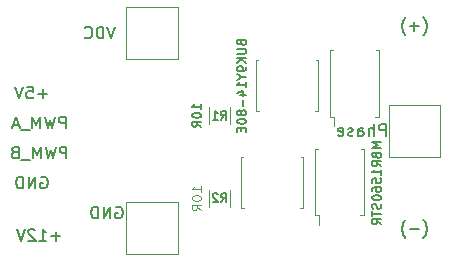
<source format=gbr>
%TF.GenerationSoftware,KiCad,Pcbnew,(5.1.9)-1*%
%TF.CreationDate,2021-11-14T21:39:45-06:00*%
%TF.ProjectId,BLDC_Cont,424c4443-5f43-46f6-9e74-2e6b69636164,rev?*%
%TF.SameCoordinates,Original*%
%TF.FileFunction,Legend,Bot*%
%TF.FilePolarity,Positive*%
%FSLAX46Y46*%
G04 Gerber Fmt 4.6, Leading zero omitted, Abs format (unit mm)*
G04 Created by KiCad (PCBNEW (5.1.9)-1) date 2021-11-14 21:39:45*
%MOMM*%
%LPD*%
G01*
G04 APERTURE LIST*
%ADD10C,0.200000*%
%ADD11C,0.150000*%
%ADD12C,0.120000*%
G04 APERTURE END LIST*
D10*
X162686904Y-122055000D02*
X162782142Y-122007380D01*
X162925000Y-122007380D01*
X163067857Y-122055000D01*
X163163095Y-122150238D01*
X163210714Y-122245476D01*
X163258333Y-122435952D01*
X163258333Y-122578809D01*
X163210714Y-122769285D01*
X163163095Y-122864523D01*
X163067857Y-122959761D01*
X162925000Y-123007380D01*
X162829761Y-123007380D01*
X162686904Y-122959761D01*
X162639285Y-122912142D01*
X162639285Y-122578809D01*
X162829761Y-122578809D01*
X162210714Y-123007380D02*
X162210714Y-122007380D01*
X161639285Y-123007380D01*
X161639285Y-122007380D01*
X161163095Y-123007380D02*
X161163095Y-122007380D01*
X160925000Y-122007380D01*
X160782142Y-122055000D01*
X160686904Y-122150238D01*
X160639285Y-122245476D01*
X160591666Y-122435952D01*
X160591666Y-122578809D01*
X160639285Y-122769285D01*
X160686904Y-122864523D01*
X160782142Y-122959761D01*
X160925000Y-123007380D01*
X161163095Y-123007380D01*
D11*
X188721904Y-124658333D02*
X188769523Y-124610714D01*
X188864761Y-124467857D01*
X188912380Y-124372619D01*
X188960000Y-124229761D01*
X189007619Y-123991666D01*
X189007619Y-123801190D01*
X188960000Y-123563095D01*
X188912380Y-123420238D01*
X188864761Y-123325000D01*
X188769523Y-123182142D01*
X188721904Y-123134523D01*
X188340952Y-123896428D02*
X187579047Y-123896428D01*
X187198095Y-124658333D02*
X187150476Y-124610714D01*
X187055238Y-124467857D01*
X187007619Y-124372619D01*
X186960000Y-124229761D01*
X186912380Y-123991666D01*
X186912380Y-123801190D01*
X186960000Y-123563095D01*
X187007619Y-123420238D01*
X187055238Y-123325000D01*
X187150476Y-123182142D01*
X187198095Y-123134523D01*
X188721904Y-107513333D02*
X188769523Y-107465714D01*
X188864761Y-107322857D01*
X188912380Y-107227619D01*
X188960000Y-107084761D01*
X189007619Y-106846666D01*
X189007619Y-106656190D01*
X188960000Y-106418095D01*
X188912380Y-106275238D01*
X188864761Y-106180000D01*
X188769523Y-106037142D01*
X188721904Y-105989523D01*
X188340952Y-106751428D02*
X187579047Y-106751428D01*
X187960000Y-107132380D02*
X187960000Y-106370476D01*
X187198095Y-107513333D02*
X187150476Y-107465714D01*
X187055238Y-107322857D01*
X187007619Y-107227619D01*
X186960000Y-107084761D01*
X186912380Y-106846666D01*
X186912380Y-106656190D01*
X186960000Y-106418095D01*
X187007619Y-106275238D01*
X187055238Y-106180000D01*
X187150476Y-106037142D01*
X187198095Y-105989523D01*
X156860714Y-112466428D02*
X156098809Y-112466428D01*
X156479761Y-112847380D02*
X156479761Y-112085476D01*
X155146428Y-111847380D02*
X155622619Y-111847380D01*
X155670238Y-112323571D01*
X155622619Y-112275952D01*
X155527380Y-112228333D01*
X155289285Y-112228333D01*
X155194047Y-112275952D01*
X155146428Y-112323571D01*
X155098809Y-112418809D01*
X155098809Y-112656904D01*
X155146428Y-112752142D01*
X155194047Y-112799761D01*
X155289285Y-112847380D01*
X155527380Y-112847380D01*
X155622619Y-112799761D01*
X155670238Y-112752142D01*
X154813095Y-111847380D02*
X154479761Y-112847380D01*
X154146428Y-111847380D01*
X158495714Y-117927380D02*
X158495714Y-116927380D01*
X158114761Y-116927380D01*
X158019523Y-116975000D01*
X157971904Y-117022619D01*
X157924285Y-117117857D01*
X157924285Y-117260714D01*
X157971904Y-117355952D01*
X158019523Y-117403571D01*
X158114761Y-117451190D01*
X158495714Y-117451190D01*
X157590952Y-116927380D02*
X157352857Y-117927380D01*
X157162380Y-117213095D01*
X156971904Y-117927380D01*
X156733809Y-116927380D01*
X156352857Y-117927380D02*
X156352857Y-116927380D01*
X156019523Y-117641666D01*
X155686190Y-116927380D01*
X155686190Y-117927380D01*
X155448095Y-118022619D02*
X154686190Y-118022619D01*
X154114761Y-117403571D02*
X153971904Y-117451190D01*
X153924285Y-117498809D01*
X153876666Y-117594047D01*
X153876666Y-117736904D01*
X153924285Y-117832142D01*
X153971904Y-117879761D01*
X154067142Y-117927380D01*
X154448095Y-117927380D01*
X154448095Y-116927380D01*
X154114761Y-116927380D01*
X154019523Y-116975000D01*
X153971904Y-117022619D01*
X153924285Y-117117857D01*
X153924285Y-117213095D01*
X153971904Y-117308333D01*
X154019523Y-117355952D01*
X154114761Y-117403571D01*
X154448095Y-117403571D01*
X158424285Y-115387380D02*
X158424285Y-114387380D01*
X158043333Y-114387380D01*
X157948095Y-114435000D01*
X157900476Y-114482619D01*
X157852857Y-114577857D01*
X157852857Y-114720714D01*
X157900476Y-114815952D01*
X157948095Y-114863571D01*
X158043333Y-114911190D01*
X158424285Y-114911190D01*
X157519523Y-114387380D02*
X157281428Y-115387380D01*
X157090952Y-114673095D01*
X156900476Y-115387380D01*
X156662380Y-114387380D01*
X156281428Y-115387380D02*
X156281428Y-114387380D01*
X155948095Y-115101666D01*
X155614761Y-114387380D01*
X155614761Y-115387380D01*
X155376666Y-115482619D02*
X154614761Y-115482619D01*
X154424285Y-115101666D02*
X153948095Y-115101666D01*
X154519523Y-115387380D02*
X154186190Y-114387380D01*
X153852857Y-115387380D01*
X157971904Y-124531428D02*
X157210000Y-124531428D01*
X157590952Y-124912380D02*
X157590952Y-124150476D01*
X156210000Y-124912380D02*
X156781428Y-124912380D01*
X156495714Y-124912380D02*
X156495714Y-123912380D01*
X156590952Y-124055238D01*
X156686190Y-124150476D01*
X156781428Y-124198095D01*
X155829047Y-124007619D02*
X155781428Y-123960000D01*
X155686190Y-123912380D01*
X155448095Y-123912380D01*
X155352857Y-123960000D01*
X155305238Y-124007619D01*
X155257619Y-124102857D01*
X155257619Y-124198095D01*
X155305238Y-124340952D01*
X155876666Y-124912380D01*
X155257619Y-124912380D01*
X154971904Y-123912380D02*
X154638571Y-124912380D01*
X154305238Y-123912380D01*
D10*
X185515000Y-116022380D02*
X185515000Y-115022380D01*
X185134047Y-115022380D01*
X185038809Y-115070000D01*
X184991190Y-115117619D01*
X184943571Y-115212857D01*
X184943571Y-115355714D01*
X184991190Y-115450952D01*
X185038809Y-115498571D01*
X185134047Y-115546190D01*
X185515000Y-115546190D01*
X184515000Y-116022380D02*
X184515000Y-115022380D01*
X184086428Y-116022380D02*
X184086428Y-115498571D01*
X184134047Y-115403333D01*
X184229285Y-115355714D01*
X184372142Y-115355714D01*
X184467380Y-115403333D01*
X184515000Y-115450952D01*
X183181666Y-116022380D02*
X183181666Y-115498571D01*
X183229285Y-115403333D01*
X183324523Y-115355714D01*
X183515000Y-115355714D01*
X183610238Y-115403333D01*
X183181666Y-115974761D02*
X183276904Y-116022380D01*
X183515000Y-116022380D01*
X183610238Y-115974761D01*
X183657857Y-115879523D01*
X183657857Y-115784285D01*
X183610238Y-115689047D01*
X183515000Y-115641428D01*
X183276904Y-115641428D01*
X183181666Y-115593809D01*
X182753095Y-115974761D02*
X182657857Y-116022380D01*
X182467380Y-116022380D01*
X182372142Y-115974761D01*
X182324523Y-115879523D01*
X182324523Y-115831904D01*
X182372142Y-115736666D01*
X182467380Y-115689047D01*
X182610238Y-115689047D01*
X182705476Y-115641428D01*
X182753095Y-115546190D01*
X182753095Y-115498571D01*
X182705476Y-115403333D01*
X182610238Y-115355714D01*
X182467380Y-115355714D01*
X182372142Y-115403333D01*
X181515000Y-115974761D02*
X181610238Y-116022380D01*
X181800714Y-116022380D01*
X181895952Y-115974761D01*
X181943571Y-115879523D01*
X181943571Y-115498571D01*
X181895952Y-115403333D01*
X181800714Y-115355714D01*
X181610238Y-115355714D01*
X181515000Y-115403333D01*
X181467380Y-115498571D01*
X181467380Y-115593809D01*
X181943571Y-115689047D01*
X156336904Y-119515000D02*
X156432142Y-119467380D01*
X156575000Y-119467380D01*
X156717857Y-119515000D01*
X156813095Y-119610238D01*
X156860714Y-119705476D01*
X156908333Y-119895952D01*
X156908333Y-120038809D01*
X156860714Y-120229285D01*
X156813095Y-120324523D01*
X156717857Y-120419761D01*
X156575000Y-120467380D01*
X156479761Y-120467380D01*
X156336904Y-120419761D01*
X156289285Y-120372142D01*
X156289285Y-120038809D01*
X156479761Y-120038809D01*
X155860714Y-120467380D02*
X155860714Y-119467380D01*
X155289285Y-120467380D01*
X155289285Y-119467380D01*
X154813095Y-120467380D02*
X154813095Y-119467380D01*
X154575000Y-119467380D01*
X154432142Y-119515000D01*
X154336904Y-119610238D01*
X154289285Y-119705476D01*
X154241666Y-119895952D01*
X154241666Y-120038809D01*
X154289285Y-120229285D01*
X154336904Y-120324523D01*
X154432142Y-120419761D01*
X154575000Y-120467380D01*
X154813095Y-120467380D01*
X162623333Y-106767380D02*
X162290000Y-107767380D01*
X161956666Y-106767380D01*
X161623333Y-107767380D02*
X161623333Y-106767380D01*
X161385238Y-106767380D01*
X161242380Y-106815000D01*
X161147142Y-106910238D01*
X161099523Y-107005476D01*
X161051904Y-107195952D01*
X161051904Y-107338809D01*
X161099523Y-107529285D01*
X161147142Y-107624523D01*
X161242380Y-107719761D01*
X161385238Y-107767380D01*
X161623333Y-107767380D01*
X160051904Y-107672142D02*
X160099523Y-107719761D01*
X160242380Y-107767380D01*
X160337619Y-107767380D01*
X160480476Y-107719761D01*
X160575714Y-107624523D01*
X160623333Y-107529285D01*
X160670952Y-107338809D01*
X160670952Y-107195952D01*
X160623333Y-107005476D01*
X160575714Y-106910238D01*
X160480476Y-106815000D01*
X160337619Y-106767380D01*
X160242380Y-106767380D01*
X160099523Y-106815000D01*
X160051904Y-106862619D01*
D12*
%TO.C,J2*%
X163535000Y-105115000D02*
X163535000Y-109515000D01*
X163535000Y-109515000D02*
X167935000Y-109515000D01*
X167935000Y-109515000D02*
X167935000Y-105115000D01*
X167935000Y-105115000D02*
X163535000Y-105115000D01*
%TO.C,Q1*%
X174765000Y-113875000D02*
X174565000Y-113875000D01*
X174565000Y-113875000D02*
X174565000Y-109575000D01*
X174565000Y-109575000D02*
X174715000Y-109575000D01*
X179615000Y-109575000D02*
X179765000Y-109575000D01*
X179765000Y-109575000D02*
X179765000Y-113875000D01*
X179765000Y-113875000D02*
X179565000Y-113875000D01*
%TO.C,D1*%
X184990000Y-114395000D02*
X184580000Y-114395000D01*
X181180000Y-114395000D02*
X180770000Y-114395000D01*
X180770000Y-114395000D02*
X180770000Y-108775000D01*
X184990000Y-108775000D02*
X184990000Y-114395000D01*
X181180000Y-114395000D02*
X181180000Y-115185000D01*
X184990000Y-108775000D02*
X184730000Y-108775000D01*
X181030000Y-108775000D02*
X180770000Y-108775000D01*
%TO.C,D2*%
X179760000Y-117135000D02*
X179500000Y-117135000D01*
X183720000Y-117135000D02*
X183460000Y-117135000D01*
X179910000Y-122755000D02*
X179910000Y-123545000D01*
X183720000Y-117135000D02*
X183720000Y-122755000D01*
X179500000Y-122755000D02*
X179500000Y-117135000D01*
X179910000Y-122755000D02*
X179500000Y-122755000D01*
X183720000Y-122755000D02*
X183310000Y-122755000D01*
%TO.C,Q2*%
X178495000Y-122130000D02*
X178295000Y-122130000D01*
X178495000Y-117830000D02*
X178495000Y-122130000D01*
X178345000Y-117830000D02*
X178495000Y-117830000D01*
X173295000Y-117830000D02*
X173445000Y-117830000D01*
X173295000Y-122130000D02*
X173295000Y-117830000D01*
X173495000Y-122130000D02*
X173295000Y-122130000D01*
%TO.C,R1*%
X170540000Y-115027064D02*
X170540000Y-113572936D01*
X172360000Y-115027064D02*
X172360000Y-113572936D01*
%TO.C,R2*%
X172360000Y-122012064D02*
X172360000Y-120557936D01*
X170540000Y-122012064D02*
X170540000Y-120557936D01*
%TO.C,J1*%
X185760000Y-113370000D02*
X185760000Y-117770000D01*
X185760000Y-117770000D02*
X190160000Y-117770000D01*
X190160000Y-117770000D02*
X190160000Y-113370000D01*
X190160000Y-113370000D02*
X185760000Y-113370000D01*
%TO.C,J3*%
X163535000Y-121625000D02*
X163535000Y-126025000D01*
X167935000Y-121625000D02*
X163535000Y-121625000D01*
X167935000Y-126025000D02*
X167935000Y-121625000D01*
X163535000Y-126025000D02*
X167935000Y-126025000D01*
%TO.C,Q1*%
D11*
X173301428Y-108135000D02*
X173337142Y-108242142D01*
X173372857Y-108277857D01*
X173444285Y-108313571D01*
X173551428Y-108313571D01*
X173622857Y-108277857D01*
X173658571Y-108242142D01*
X173694285Y-108170714D01*
X173694285Y-107885000D01*
X172944285Y-107885000D01*
X172944285Y-108135000D01*
X172980000Y-108206428D01*
X173015714Y-108242142D01*
X173087142Y-108277857D01*
X173158571Y-108277857D01*
X173230000Y-108242142D01*
X173265714Y-108206428D01*
X173301428Y-108135000D01*
X173301428Y-107885000D01*
X172944285Y-108635000D02*
X173551428Y-108635000D01*
X173622857Y-108670714D01*
X173658571Y-108706428D01*
X173694285Y-108777857D01*
X173694285Y-108920714D01*
X173658571Y-108992142D01*
X173622857Y-109027857D01*
X173551428Y-109063571D01*
X172944285Y-109063571D01*
X173694285Y-109420714D02*
X172944285Y-109420714D01*
X173694285Y-109849285D02*
X173265714Y-109527857D01*
X172944285Y-109849285D02*
X173372857Y-109420714D01*
X173694285Y-110206428D02*
X173694285Y-110349285D01*
X173658571Y-110420714D01*
X173622857Y-110456428D01*
X173515714Y-110527857D01*
X173372857Y-110563571D01*
X173087142Y-110563571D01*
X173015714Y-110527857D01*
X172980000Y-110492142D01*
X172944285Y-110420714D01*
X172944285Y-110277857D01*
X172980000Y-110206428D01*
X173015714Y-110170714D01*
X173087142Y-110135000D01*
X173265714Y-110135000D01*
X173337142Y-110170714D01*
X173372857Y-110206428D01*
X173408571Y-110277857D01*
X173408571Y-110420714D01*
X173372857Y-110492142D01*
X173337142Y-110527857D01*
X173265714Y-110563571D01*
X173337142Y-111027857D02*
X173694285Y-111027857D01*
X172944285Y-110777857D02*
X173337142Y-111027857D01*
X172944285Y-111277857D01*
X173694285Y-111920714D02*
X173694285Y-111492142D01*
X173694285Y-111706428D02*
X172944285Y-111706428D01*
X173051428Y-111635000D01*
X173122857Y-111563571D01*
X173158571Y-111492142D01*
X173194285Y-112563571D02*
X173694285Y-112563571D01*
X172908571Y-112385000D02*
X173444285Y-112206428D01*
X173444285Y-112670714D01*
X173408571Y-112956428D02*
X173408571Y-113527857D01*
X173265714Y-113992142D02*
X173230000Y-113920714D01*
X173194285Y-113885000D01*
X173122857Y-113849285D01*
X173087142Y-113849285D01*
X173015714Y-113885000D01*
X172980000Y-113920714D01*
X172944285Y-113992142D01*
X172944285Y-114135000D01*
X172980000Y-114206428D01*
X173015714Y-114242142D01*
X173087142Y-114277857D01*
X173122857Y-114277857D01*
X173194285Y-114242142D01*
X173230000Y-114206428D01*
X173265714Y-114135000D01*
X173265714Y-113992142D01*
X173301428Y-113920714D01*
X173337142Y-113885000D01*
X173408571Y-113849285D01*
X173551428Y-113849285D01*
X173622857Y-113885000D01*
X173658571Y-113920714D01*
X173694285Y-113992142D01*
X173694285Y-114135000D01*
X173658571Y-114206428D01*
X173622857Y-114242142D01*
X173551428Y-114277857D01*
X173408571Y-114277857D01*
X173337142Y-114242142D01*
X173301428Y-114206428D01*
X173265714Y-114135000D01*
X172944285Y-114742142D02*
X172944285Y-114813571D01*
X172980000Y-114885000D01*
X173015714Y-114920714D01*
X173087142Y-114956428D01*
X173230000Y-114992142D01*
X173408571Y-114992142D01*
X173551428Y-114956428D01*
X173622857Y-114920714D01*
X173658571Y-114885000D01*
X173694285Y-114813571D01*
X173694285Y-114742142D01*
X173658571Y-114670714D01*
X173622857Y-114635000D01*
X173551428Y-114599285D01*
X173408571Y-114563571D01*
X173230000Y-114563571D01*
X173087142Y-114599285D01*
X173015714Y-114635000D01*
X172980000Y-114670714D01*
X172944285Y-114742142D01*
X173301428Y-115313571D02*
X173301428Y-115563571D01*
X173694285Y-115670714D02*
X173694285Y-115313571D01*
X172944285Y-115313571D01*
X172944285Y-115670714D01*
%TO.C,D1*%
X185124285Y-116568571D02*
X184374285Y-116568571D01*
X184910000Y-116818571D01*
X184374285Y-117068571D01*
X185124285Y-117068571D01*
X184731428Y-117675714D02*
X184767142Y-117782857D01*
X184802857Y-117818571D01*
X184874285Y-117854285D01*
X184981428Y-117854285D01*
X185052857Y-117818571D01*
X185088571Y-117782857D01*
X185124285Y-117711428D01*
X185124285Y-117425714D01*
X184374285Y-117425714D01*
X184374285Y-117675714D01*
X184410000Y-117747142D01*
X184445714Y-117782857D01*
X184517142Y-117818571D01*
X184588571Y-117818571D01*
X184660000Y-117782857D01*
X184695714Y-117747142D01*
X184731428Y-117675714D01*
X184731428Y-117425714D01*
X185124285Y-118604285D02*
X184767142Y-118354285D01*
X185124285Y-118175714D02*
X184374285Y-118175714D01*
X184374285Y-118461428D01*
X184410000Y-118532857D01*
X184445714Y-118568571D01*
X184517142Y-118604285D01*
X184624285Y-118604285D01*
X184695714Y-118568571D01*
X184731428Y-118532857D01*
X184767142Y-118461428D01*
X184767142Y-118175714D01*
X185124285Y-119318571D02*
X185124285Y-118890000D01*
X185124285Y-119104285D02*
X184374285Y-119104285D01*
X184481428Y-119032857D01*
X184552857Y-118961428D01*
X184588571Y-118890000D01*
X184374285Y-119997142D02*
X184374285Y-119640000D01*
X184731428Y-119604285D01*
X184695714Y-119640000D01*
X184660000Y-119711428D01*
X184660000Y-119890000D01*
X184695714Y-119961428D01*
X184731428Y-119997142D01*
X184802857Y-120032857D01*
X184981428Y-120032857D01*
X185052857Y-119997142D01*
X185088571Y-119961428D01*
X185124285Y-119890000D01*
X185124285Y-119711428D01*
X185088571Y-119640000D01*
X185052857Y-119604285D01*
X184374285Y-120675714D02*
X184374285Y-120532857D01*
X184410000Y-120461428D01*
X184445714Y-120425714D01*
X184552857Y-120354285D01*
X184695714Y-120318571D01*
X184981428Y-120318571D01*
X185052857Y-120354285D01*
X185088571Y-120390000D01*
X185124285Y-120461428D01*
X185124285Y-120604285D01*
X185088571Y-120675714D01*
X185052857Y-120711428D01*
X184981428Y-120747142D01*
X184802857Y-120747142D01*
X184731428Y-120711428D01*
X184695714Y-120675714D01*
X184660000Y-120604285D01*
X184660000Y-120461428D01*
X184695714Y-120390000D01*
X184731428Y-120354285D01*
X184802857Y-120318571D01*
X184374285Y-121211428D02*
X184374285Y-121282857D01*
X184410000Y-121354285D01*
X184445714Y-121390000D01*
X184517142Y-121425714D01*
X184660000Y-121461428D01*
X184838571Y-121461428D01*
X184981428Y-121425714D01*
X185052857Y-121390000D01*
X185088571Y-121354285D01*
X185124285Y-121282857D01*
X185124285Y-121211428D01*
X185088571Y-121140000D01*
X185052857Y-121104285D01*
X184981428Y-121068571D01*
X184838571Y-121032857D01*
X184660000Y-121032857D01*
X184517142Y-121068571D01*
X184445714Y-121104285D01*
X184410000Y-121140000D01*
X184374285Y-121211428D01*
X185088571Y-121747142D02*
X185124285Y-121854285D01*
X185124285Y-122032857D01*
X185088571Y-122104285D01*
X185052857Y-122140000D01*
X184981428Y-122175714D01*
X184910000Y-122175714D01*
X184838571Y-122140000D01*
X184802857Y-122104285D01*
X184767142Y-122032857D01*
X184731428Y-121890000D01*
X184695714Y-121818571D01*
X184660000Y-121782857D01*
X184588571Y-121747142D01*
X184517142Y-121747142D01*
X184445714Y-121782857D01*
X184410000Y-121818571D01*
X184374285Y-121890000D01*
X184374285Y-122068571D01*
X184410000Y-122175714D01*
X184374285Y-122390000D02*
X184374285Y-122818571D01*
X185124285Y-122604285D02*
X184374285Y-122604285D01*
X185124285Y-123497142D02*
X184767142Y-123247142D01*
X185124285Y-123068571D02*
X184374285Y-123068571D01*
X184374285Y-123354285D01*
X184410000Y-123425714D01*
X184445714Y-123461428D01*
X184517142Y-123497142D01*
X184624285Y-123497142D01*
X184695714Y-123461428D01*
X184731428Y-123425714D01*
X184767142Y-123354285D01*
X184767142Y-123068571D01*
%TO.C,R1*%
X171575000Y-114639285D02*
X171825000Y-114282142D01*
X172003571Y-114639285D02*
X172003571Y-113889285D01*
X171717857Y-113889285D01*
X171646428Y-113925000D01*
X171610714Y-113960714D01*
X171575000Y-114032142D01*
X171575000Y-114139285D01*
X171610714Y-114210714D01*
X171646428Y-114246428D01*
X171717857Y-114282142D01*
X172003571Y-114282142D01*
X170860714Y-114639285D02*
X171289285Y-114639285D01*
X171075000Y-114639285D02*
X171075000Y-113889285D01*
X171146428Y-113996428D01*
X171217857Y-114067857D01*
X171289285Y-114103571D01*
X169884285Y-113782142D02*
X169884285Y-113353571D01*
X169884285Y-113567857D02*
X169134285Y-113567857D01*
X169241428Y-113496428D01*
X169312857Y-113425000D01*
X169348571Y-113353571D01*
X169134285Y-114246428D02*
X169134285Y-114317857D01*
X169170000Y-114389285D01*
X169205714Y-114425000D01*
X169277142Y-114460714D01*
X169420000Y-114496428D01*
X169598571Y-114496428D01*
X169741428Y-114460714D01*
X169812857Y-114425000D01*
X169848571Y-114389285D01*
X169884285Y-114317857D01*
X169884285Y-114246428D01*
X169848571Y-114175000D01*
X169812857Y-114139285D01*
X169741428Y-114103571D01*
X169598571Y-114067857D01*
X169420000Y-114067857D01*
X169277142Y-114103571D01*
X169205714Y-114139285D01*
X169170000Y-114175000D01*
X169134285Y-114246428D01*
X169884285Y-115246428D02*
X169527142Y-114996428D01*
X169884285Y-114817857D02*
X169134285Y-114817857D01*
X169134285Y-115103571D01*
X169170000Y-115175000D01*
X169205714Y-115210714D01*
X169277142Y-115246428D01*
X169384285Y-115246428D01*
X169455714Y-115210714D01*
X169491428Y-115175000D01*
X169527142Y-115103571D01*
X169527142Y-114817857D01*
%TO.C,R2*%
X171575000Y-121624285D02*
X171825000Y-121267142D01*
X172003571Y-121624285D02*
X172003571Y-120874285D01*
X171717857Y-120874285D01*
X171646428Y-120910000D01*
X171610714Y-120945714D01*
X171575000Y-121017142D01*
X171575000Y-121124285D01*
X171610714Y-121195714D01*
X171646428Y-121231428D01*
X171717857Y-121267142D01*
X172003571Y-121267142D01*
X171289285Y-120945714D02*
X171253571Y-120910000D01*
X171182142Y-120874285D01*
X171003571Y-120874285D01*
X170932142Y-120910000D01*
X170896428Y-120945714D01*
X170860714Y-121017142D01*
X170860714Y-121088571D01*
X170896428Y-121195714D01*
X171325000Y-121624285D01*
X170860714Y-121624285D01*
D12*
X169906904Y-120732619D02*
X169906904Y-120275476D01*
X169906904Y-120504047D02*
X169106904Y-120504047D01*
X169221190Y-120427857D01*
X169297380Y-120351666D01*
X169335476Y-120275476D01*
X169106904Y-121227857D02*
X169106904Y-121304047D01*
X169145000Y-121380238D01*
X169183095Y-121418333D01*
X169259285Y-121456428D01*
X169411666Y-121494523D01*
X169602142Y-121494523D01*
X169754523Y-121456428D01*
X169830714Y-121418333D01*
X169868809Y-121380238D01*
X169906904Y-121304047D01*
X169906904Y-121227857D01*
X169868809Y-121151666D01*
X169830714Y-121113571D01*
X169754523Y-121075476D01*
X169602142Y-121037380D01*
X169411666Y-121037380D01*
X169259285Y-121075476D01*
X169183095Y-121113571D01*
X169145000Y-121151666D01*
X169106904Y-121227857D01*
X169906904Y-122294523D02*
X169525952Y-122027857D01*
X169906904Y-121837380D02*
X169106904Y-121837380D01*
X169106904Y-122142142D01*
X169145000Y-122218333D01*
X169183095Y-122256428D01*
X169259285Y-122294523D01*
X169373571Y-122294523D01*
X169449761Y-122256428D01*
X169487857Y-122218333D01*
X169525952Y-122142142D01*
X169525952Y-121837380D01*
%TD*%
M02*

</source>
